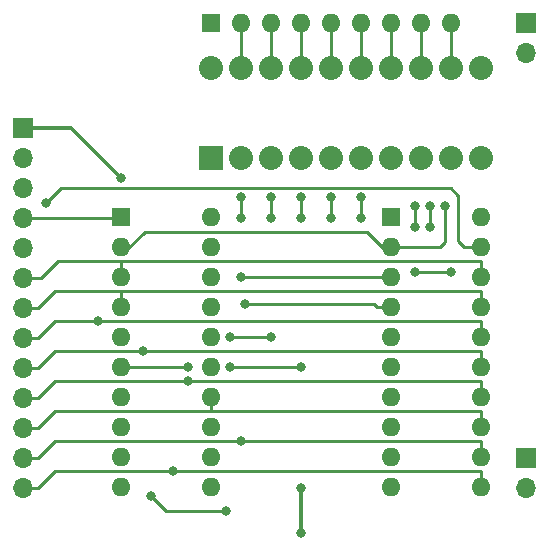
<source format=gtl>
G04 #@! TF.GenerationSoftware,KiCad,Pcbnew,5.0.2+dfsg1-1*
G04 #@! TF.CreationDate,2019-07-26T08:48:25+02:00*
G04 #@! TF.ProjectId,Register,52656769-7374-4657-922e-6b696361645f,rev?*
G04 #@! TF.SameCoordinates,Original*
G04 #@! TF.FileFunction,Copper,L1,Top*
G04 #@! TF.FilePolarity,Positive*
%FSLAX46Y46*%
G04 Gerber Fmt 4.6, Leading zero omitted, Abs format (unit mm)*
G04 Created by KiCad (PCBNEW 5.0.2+dfsg1-1) date vr 26 jul 2019 08:48:25 CEST*
%MOMM*%
%LPD*%
G01*
G04 APERTURE LIST*
G04 #@! TA.AperFunction,ComponentPad*
%ADD10O,1.700000X1.700000*%
G04 #@! TD*
G04 #@! TA.AperFunction,ComponentPad*
%ADD11R,1.700000X1.700000*%
G04 #@! TD*
G04 #@! TA.AperFunction,ComponentPad*
%ADD12R,2.032000X2.032000*%
G04 #@! TD*
G04 #@! TA.AperFunction,ComponentPad*
%ADD13C,2.032000*%
G04 #@! TD*
G04 #@! TA.AperFunction,ComponentPad*
%ADD14O,1.600000X1.600000*%
G04 #@! TD*
G04 #@! TA.AperFunction,ComponentPad*
%ADD15R,1.600000X1.600000*%
G04 #@! TD*
G04 #@! TA.AperFunction,ViaPad*
%ADD16C,0.800000*%
G04 #@! TD*
G04 #@! TA.AperFunction,Conductor*
%ADD17C,0.350000*%
G04 #@! TD*
G04 #@! TA.AperFunction,Conductor*
%ADD18C,0.250000*%
G04 #@! TD*
G04 APERTURE END LIST*
D10*
G04 #@! TO.P,J3,2*
G04 #@! TO.N,Net-(J3-Pad2)*
X76200000Y-26670000D03*
D11*
G04 #@! TO.P,J3,1*
G04 #@! TO.N,Net-(J3-Pad1)*
X76200000Y-24130000D03*
G04 #@! TD*
G04 #@! TO.P,J2,1*
G04 #@! TO.N,Net-(J2-Pad1)*
X76200000Y-60960000D03*
D10*
G04 #@! TO.P,J2,2*
G04 #@! TO.N,Net-(J2-Pad2)*
X76200000Y-63500000D03*
G04 #@! TD*
D11*
G04 #@! TO.P,J1,1*
G04 #@! TO.N,GND*
X33655000Y-33020000D03*
D10*
G04 #@! TO.P,J1,2*
G04 #@! TO.N,+5V*
X33655000Y-35560000D03*
G04 #@! TO.P,J1,3*
G04 #@! TO.N,CLOCK*
X33655000Y-38100000D03*
G04 #@! TO.P,J1,4*
G04 #@! TO.N,~DATA_LOAD*
X33655000Y-40640000D03*
G04 #@! TO.P,J1,5*
G04 #@! TO.N,~DATA_OUT*
X33655000Y-43180000D03*
G04 #@! TO.P,J1,6*
G04 #@! TO.N,Net-(J1-Pad6)*
X33655000Y-45720000D03*
G04 #@! TO.P,J1,7*
G04 #@! TO.N,Net-(J1-Pad7)*
X33655000Y-48260000D03*
G04 #@! TO.P,J1,8*
G04 #@! TO.N,Net-(J1-Pad8)*
X33655000Y-50800000D03*
G04 #@! TO.P,J1,9*
G04 #@! TO.N,Net-(J1-Pad9)*
X33655000Y-53340000D03*
G04 #@! TO.P,J1,10*
G04 #@! TO.N,Net-(J1-Pad10)*
X33655000Y-55880000D03*
G04 #@! TO.P,J1,11*
G04 #@! TO.N,Net-(J1-Pad11)*
X33655000Y-58420000D03*
G04 #@! TO.P,J1,12*
G04 #@! TO.N,Net-(J1-Pad12)*
X33655000Y-60960000D03*
G04 #@! TO.P,J1,13*
G04 #@! TO.N,Net-(J1-Pad13)*
X33655000Y-63500000D03*
G04 #@! TD*
D12*
G04 #@! TO.P,BAR1,1*
G04 #@! TO.N,Net-(BAR1-Pad1)*
X49530000Y-35560000D03*
D13*
G04 #@! TO.P,BAR1,2*
G04 #@! TO.N,Net-(BAR1-Pad2)*
X52070000Y-35560000D03*
G04 #@! TO.P,BAR1,3*
G04 #@! TO.N,Net-(BAR1-Pad3)*
X54610000Y-35560000D03*
G04 #@! TO.P,BAR1,4*
G04 #@! TO.N,Net-(BAR1-Pad4)*
X57150000Y-35560000D03*
G04 #@! TO.P,BAR1,13*
G04 #@! TO.N,Net-(BAR1-Pad13)*
X67310000Y-27940000D03*
G04 #@! TO.P,BAR1,14*
G04 #@! TO.N,Net-(BAR1-Pad14)*
X64770000Y-27940000D03*
G04 #@! TO.P,BAR1,15*
G04 #@! TO.N,Net-(BAR1-Pad15)*
X62230000Y-27940000D03*
G04 #@! TO.P,BAR1,16*
G04 #@! TO.N,Net-(BAR1-Pad16)*
X59690000Y-27940000D03*
G04 #@! TO.P,BAR1,5*
G04 #@! TO.N,Net-(BAR1-Pad5)*
X59690000Y-35560000D03*
G04 #@! TO.P,BAR1,6*
G04 #@! TO.N,Net-(BAR1-Pad6)*
X62230000Y-35560000D03*
G04 #@! TO.P,BAR1,7*
G04 #@! TO.N,Net-(BAR1-Pad7)*
X64770000Y-35560000D03*
G04 #@! TO.P,BAR1,8*
G04 #@! TO.N,Net-(BAR1-Pad8)*
X67310000Y-35560000D03*
G04 #@! TO.P,BAR1,12*
G04 #@! TO.N,Net-(BAR1-Pad12)*
X69850000Y-27940000D03*
G04 #@! TO.P,BAR1,11*
G04 #@! TO.N,Net-(BAR1-Pad11)*
X72390000Y-27940000D03*
G04 #@! TO.P,BAR1,10*
G04 #@! TO.N,Net-(BAR1-Pad10)*
X72390000Y-35560000D03*
G04 #@! TO.P,BAR1,9*
G04 #@! TO.N,Net-(BAR1-Pad9)*
X69850000Y-35560000D03*
G04 #@! TO.P,BAR1,17*
G04 #@! TO.N,Net-(BAR1-Pad17)*
X57150000Y-27940000D03*
G04 #@! TO.P,BAR1,18*
G04 #@! TO.N,Net-(BAR1-Pad18)*
X54610000Y-27940000D03*
G04 #@! TO.P,BAR1,19*
G04 #@! TO.N,Net-(BAR1-Pad19)*
X52070000Y-27940000D03*
G04 #@! TO.P,BAR1,20*
G04 #@! TO.N,Net-(BAR1-Pad20)*
X49530000Y-27940000D03*
G04 #@! TD*
D14*
G04 #@! TO.P,U2,20*
G04 #@! TO.N,+5V*
X72390000Y-40513000D03*
G04 #@! TO.P,U2,10*
G04 #@! TO.N,GND*
X64770000Y-63373000D03*
G04 #@! TO.P,U2,19*
G04 #@! TO.N,~DATA_OUT*
X72390000Y-43053000D03*
G04 #@! TO.P,U2,9*
G04 #@! TO.N,Net-(BAR1-Pad2)*
X64770000Y-60833000D03*
G04 #@! TO.P,U2,18*
G04 #@! TO.N,Net-(J1-Pad6)*
X72390000Y-45593000D03*
G04 #@! TO.P,U2,8*
G04 #@! TO.N,Net-(BAR1-Pad3)*
X64770000Y-58293000D03*
G04 #@! TO.P,U2,17*
G04 #@! TO.N,Net-(J1-Pad7)*
X72390000Y-48133000D03*
G04 #@! TO.P,U2,7*
G04 #@! TO.N,Net-(BAR1-Pad4)*
X64770000Y-55753000D03*
G04 #@! TO.P,U2,16*
G04 #@! TO.N,Net-(J1-Pad8)*
X72390000Y-50673000D03*
G04 #@! TO.P,U2,6*
G04 #@! TO.N,Net-(BAR1-Pad5)*
X64770000Y-53213000D03*
G04 #@! TO.P,U2,15*
G04 #@! TO.N,Net-(J1-Pad9)*
X72390000Y-53213000D03*
G04 #@! TO.P,U2,5*
G04 #@! TO.N,Net-(BAR1-Pad6)*
X64770000Y-50673000D03*
G04 #@! TO.P,U2,14*
G04 #@! TO.N,Net-(J1-Pad10)*
X72390000Y-55753000D03*
G04 #@! TO.P,U2,4*
G04 #@! TO.N,Net-(BAR1-Pad7)*
X64770000Y-48133000D03*
G04 #@! TO.P,U2,13*
G04 #@! TO.N,Net-(J1-Pad11)*
X72390000Y-58293000D03*
G04 #@! TO.P,U2,3*
G04 #@! TO.N,Net-(BAR1-Pad8)*
X64770000Y-45593000D03*
G04 #@! TO.P,U2,12*
G04 #@! TO.N,Net-(J1-Pad12)*
X72390000Y-60833000D03*
G04 #@! TO.P,U2,2*
G04 #@! TO.N,Net-(BAR1-Pad9)*
X64770000Y-43053000D03*
G04 #@! TO.P,U2,11*
G04 #@! TO.N,Net-(J1-Pad13)*
X72390000Y-63373000D03*
D15*
G04 #@! TO.P,U2,1*
G04 #@! TO.N,+5V*
X64770000Y-40513000D03*
G04 #@! TD*
G04 #@! TO.P,U1,1*
G04 #@! TO.N,~DATA_LOAD*
X41910000Y-40513000D03*
D14*
G04 #@! TO.P,U1,11*
G04 #@! TO.N,CLOCK*
X49530000Y-63373000D03*
G04 #@! TO.P,U1,2*
G04 #@! TO.N,Net-(BAR1-Pad9)*
X41910000Y-43053000D03*
G04 #@! TO.P,U1,12*
G04 #@! TO.N,Net-(BAR1-Pad5)*
X49530000Y-60833000D03*
G04 #@! TO.P,U1,3*
G04 #@! TO.N,Net-(J1-Pad6)*
X41910000Y-45593000D03*
G04 #@! TO.P,U1,13*
G04 #@! TO.N,Net-(J1-Pad10)*
X49530000Y-58293000D03*
G04 #@! TO.P,U1,4*
G04 #@! TO.N,Net-(J1-Pad7)*
X41910000Y-48133000D03*
G04 #@! TO.P,U1,14*
G04 #@! TO.N,Net-(J1-Pad11)*
X49530000Y-55753000D03*
G04 #@! TO.P,U1,5*
G04 #@! TO.N,Net-(BAR1-Pad8)*
X41910000Y-50673000D03*
G04 #@! TO.P,U1,15*
G04 #@! TO.N,Net-(BAR1-Pad4)*
X49530000Y-53213000D03*
G04 #@! TO.P,U1,6*
G04 #@! TO.N,Net-(BAR1-Pad7)*
X41910000Y-53213000D03*
G04 #@! TO.P,U1,16*
G04 #@! TO.N,Net-(BAR1-Pad3)*
X49530000Y-50673000D03*
G04 #@! TO.P,U1,7*
G04 #@! TO.N,Net-(J1-Pad8)*
X41910000Y-55753000D03*
G04 #@! TO.P,U1,17*
G04 #@! TO.N,Net-(J1-Pad12)*
X49530000Y-48133000D03*
G04 #@! TO.P,U1,8*
G04 #@! TO.N,Net-(J1-Pad9)*
X41910000Y-58293000D03*
G04 #@! TO.P,U1,18*
G04 #@! TO.N,Net-(J1-Pad13)*
X49530000Y-45593000D03*
G04 #@! TO.P,U1,9*
G04 #@! TO.N,Net-(BAR1-Pad6)*
X41910000Y-60833000D03*
G04 #@! TO.P,U1,19*
G04 #@! TO.N,Net-(BAR1-Pad2)*
X49530000Y-43053000D03*
G04 #@! TO.P,U1,10*
G04 #@! TO.N,GND*
X41910000Y-63373000D03*
G04 #@! TO.P,U1,20*
G04 #@! TO.N,+5V*
X49530000Y-40513000D03*
G04 #@! TD*
D15*
G04 #@! TO.P,RN1,1*
G04 #@! TO.N,GND*
X49530000Y-24130000D03*
D14*
G04 #@! TO.P,RN1,2*
G04 #@! TO.N,Net-(BAR1-Pad19)*
X52070000Y-24130000D03*
G04 #@! TO.P,RN1,3*
G04 #@! TO.N,Net-(BAR1-Pad18)*
X54610000Y-24130000D03*
G04 #@! TO.P,RN1,4*
G04 #@! TO.N,Net-(BAR1-Pad17)*
X57150000Y-24130000D03*
G04 #@! TO.P,RN1,5*
G04 #@! TO.N,Net-(BAR1-Pad16)*
X59690000Y-24130000D03*
G04 #@! TO.P,RN1,6*
G04 #@! TO.N,Net-(BAR1-Pad15)*
X62230000Y-24130000D03*
G04 #@! TO.P,RN1,7*
G04 #@! TO.N,Net-(BAR1-Pad14)*
X64770000Y-24130000D03*
G04 #@! TO.P,RN1,8*
G04 #@! TO.N,Net-(BAR1-Pad13)*
X67310000Y-24130000D03*
G04 #@! TO.P,RN1,9*
G04 #@! TO.N,Net-(BAR1-Pad12)*
X69850000Y-24130000D03*
G04 #@! TD*
D16*
G04 #@! TO.N,GND*
X41910000Y-37211000D03*
X57150000Y-63500000D03*
X57150000Y-67310000D03*
G04 #@! TO.N,Net-(BAR1-Pad9)*
X69342000Y-39624000D03*
G04 #@! TO.N,Net-(BAR1-Pad5)*
X59690000Y-38862000D03*
X59690000Y-40640000D03*
G04 #@! TO.N,Net-(J1-Pad10)*
X47625000Y-54465001D03*
G04 #@! TO.N,Net-(BAR1-Pad8)*
X52070000Y-45593000D03*
X68072000Y-39624000D03*
X68072000Y-41402000D03*
G04 #@! TO.N,Net-(BAR1-Pad4)*
X57150000Y-40640000D03*
X57150000Y-38862000D03*
X57150000Y-53213000D03*
X51181000Y-53213000D03*
G04 #@! TO.N,Net-(BAR1-Pad7)*
X66802000Y-45212000D03*
X52451000Y-47879000D03*
X47625000Y-53213000D03*
X66802000Y-39624000D03*
X66802000Y-41402000D03*
X69850000Y-45212000D03*
G04 #@! TO.N,Net-(BAR1-Pad3)*
X54610000Y-38862000D03*
X54610000Y-40640000D03*
X54610000Y-50673000D03*
X51181000Y-50673000D03*
G04 #@! TO.N,Net-(J1-Pad8)*
X40005000Y-49385001D03*
G04 #@! TO.N,Net-(J1-Pad12)*
X52070000Y-59545001D03*
G04 #@! TO.N,Net-(J1-Pad9)*
X43815000Y-51925001D03*
G04 #@! TO.N,Net-(J1-Pad13)*
X46355000Y-62085001D03*
G04 #@! TO.N,Net-(BAR1-Pad6)*
X62230000Y-38862000D03*
X62230000Y-40640000D03*
X50800000Y-65405000D03*
X44450000Y-64135000D03*
G04 #@! TO.N,Net-(BAR1-Pad2)*
X52070000Y-40640000D03*
X52070000Y-38862000D03*
G04 #@! TO.N,~DATA_OUT*
X35560000Y-39370000D03*
G04 #@! TD*
D17*
G04 #@! TO.N,GND*
X37719000Y-33020000D02*
X41910000Y-37211000D01*
X33655000Y-33020000D02*
X37719000Y-33020000D01*
X57150000Y-63500000D02*
X57150000Y-66675000D01*
X57150000Y-66675000D02*
X57150000Y-67310000D01*
D18*
G04 #@! TO.N,Net-(BAR1-Pad19)*
X52070000Y-27940000D02*
X52070000Y-24130000D01*
G04 #@! TO.N,Net-(BAR1-Pad18)*
X54610000Y-25261370D02*
X54610000Y-27940000D01*
X54610000Y-24130000D02*
X54610000Y-25261370D01*
G04 #@! TO.N,Net-(BAR1-Pad17)*
X57150000Y-24130000D02*
X57150000Y-27940000D01*
G04 #@! TO.N,Net-(BAR1-Pad16)*
X59690000Y-24130000D02*
X59690000Y-27940000D01*
G04 #@! TO.N,Net-(BAR1-Pad15)*
X62230000Y-25261370D02*
X62230000Y-27940000D01*
X62230000Y-24130000D02*
X62230000Y-25261370D01*
G04 #@! TO.N,Net-(BAR1-Pad14)*
X64770000Y-25261370D02*
X64770000Y-27940000D01*
X64770000Y-24130000D02*
X64770000Y-25261370D01*
G04 #@! TO.N,Net-(BAR1-Pad13)*
X67310000Y-24130000D02*
X67310000Y-27940000D01*
G04 #@! TO.N,Net-(BAR1-Pad12)*
X69850000Y-24130000D02*
X69850000Y-27940000D01*
G04 #@! TO.N,~DATA_LOAD*
X41783000Y-40640000D02*
X41910000Y-40513000D01*
X33655000Y-40640000D02*
X41783000Y-40640000D01*
G04 #@! TO.N,Net-(BAR1-Pad9)*
X64135000Y-43180000D02*
X64262000Y-43053000D01*
X41910000Y-43053000D02*
X42418000Y-43053000D01*
X64262000Y-43053000D02*
X64770000Y-43053000D01*
X42418000Y-43053000D02*
X42545000Y-43180000D01*
X42545000Y-43180000D02*
X43942000Y-41783000D01*
X43942000Y-41783000D02*
X62738000Y-41783000D01*
X62738000Y-41783000D02*
X64135000Y-43180000D01*
X64770000Y-43053000D02*
X68961000Y-43053000D01*
X69342000Y-42672000D02*
X69342000Y-41148000D01*
X68961000Y-43053000D02*
X69342000Y-42672000D01*
X69342000Y-39624000D02*
X69342000Y-41148000D01*
X69342000Y-41148000D02*
X69342000Y-41402000D01*
G04 #@! TO.N,Net-(BAR1-Pad5)*
X59690000Y-38862000D02*
X59690000Y-40640000D01*
G04 #@! TO.N,Net-(J1-Pad6)*
X41910000Y-44461630D02*
X41910000Y-44305001D01*
X41910000Y-45593000D02*
X41910000Y-44461630D01*
X41765001Y-44305001D02*
X41910000Y-44305001D01*
X36593999Y-44305001D02*
X41765001Y-44305001D01*
X33655000Y-45720000D02*
X35179000Y-45720000D01*
X35179000Y-45720000D02*
X36593999Y-44305001D01*
X72390000Y-45593000D02*
X72390000Y-44305001D01*
X41910000Y-44305001D02*
X72390000Y-44305001D01*
G04 #@! TO.N,Net-(J1-Pad10)*
X33655000Y-55880000D02*
X34925000Y-55880000D01*
X34925000Y-55880000D02*
X36339999Y-54465001D01*
X36339999Y-54465001D02*
X47625000Y-54465001D01*
X72390000Y-55753000D02*
X72390000Y-54465001D01*
X47625000Y-54465001D02*
X72390000Y-54465001D01*
G04 #@! TO.N,Net-(J1-Pad7)*
X33655000Y-48260000D02*
X34925000Y-48260000D01*
X34925000Y-48260000D02*
X36339999Y-46845001D01*
X41910000Y-48133000D02*
X41910000Y-46845001D01*
X36339999Y-46845001D02*
X41910000Y-46845001D01*
X72390000Y-48133000D02*
X72390000Y-46845001D01*
X41910000Y-46845001D02*
X72390000Y-46845001D01*
G04 #@! TO.N,Net-(J1-Pad11)*
X33655000Y-58420000D02*
X34925000Y-58420000D01*
X34925000Y-58420000D02*
X36339999Y-57005001D01*
X49530000Y-55753000D02*
X49530000Y-57005001D01*
X36339999Y-57005001D02*
X49530000Y-57005001D01*
X72390000Y-58293000D02*
X72390000Y-57005001D01*
X49530000Y-57005001D02*
X72390000Y-57005001D01*
G04 #@! TO.N,Net-(BAR1-Pad8)*
X64770000Y-45593000D02*
X52070000Y-45593000D01*
X52070000Y-45593000D02*
X52070000Y-45593000D01*
X68072000Y-39624000D02*
X68072000Y-41402000D01*
G04 #@! TO.N,Net-(BAR1-Pad4)*
X57150000Y-38862000D02*
X57150000Y-40640000D01*
X51181000Y-53213000D02*
X57150000Y-53213000D01*
G04 #@! TO.N,Net-(BAR1-Pad7)*
X63638630Y-48133000D02*
X63384630Y-47879000D01*
X64770000Y-48133000D02*
X63638630Y-48133000D01*
X63384630Y-47879000D02*
X52451000Y-47879000D01*
X47625000Y-53213000D02*
X41910000Y-53213000D01*
X66802000Y-39624000D02*
X66802000Y-41402000D01*
X67367685Y-45212000D02*
X69850000Y-45212000D01*
X66802000Y-45212000D02*
X67367685Y-45212000D01*
G04 #@! TO.N,Net-(BAR1-Pad3)*
X51181000Y-50673000D02*
X54610000Y-50673000D01*
X54610000Y-40640000D02*
X54610000Y-38862000D01*
G04 #@! TO.N,Net-(J1-Pad8)*
X33655000Y-50800000D02*
X34925000Y-50800000D01*
X34925000Y-50800000D02*
X36339999Y-49385001D01*
X36339999Y-49385001D02*
X40005000Y-49385001D01*
X72390000Y-50673000D02*
X72390000Y-49385001D01*
X40005000Y-49385001D02*
X72390000Y-49385001D01*
G04 #@! TO.N,Net-(J1-Pad12)*
X36339999Y-59545001D02*
X51435000Y-59545001D01*
X34925000Y-60960000D02*
X36339999Y-59545001D01*
X33655000Y-60960000D02*
X34925000Y-60960000D01*
X72390000Y-60833000D02*
X72390000Y-59690000D01*
X72390000Y-59690000D02*
X72390000Y-59545001D01*
X51435000Y-59545001D02*
X72390000Y-59545001D01*
G04 #@! TO.N,Net-(J1-Pad9)*
X33655000Y-53340000D02*
X34925000Y-53340000D01*
X34925000Y-53340000D02*
X36339999Y-51925001D01*
X36339999Y-51925001D02*
X43815000Y-51925001D01*
X72390000Y-53213000D02*
X72390000Y-51925001D01*
X43815000Y-51925001D02*
X72390000Y-51925001D01*
G04 #@! TO.N,Net-(J1-Pad13)*
X33655000Y-63500000D02*
X34925000Y-63500000D01*
X34925000Y-63500000D02*
X36339999Y-62085001D01*
X36339999Y-62085001D02*
X46355000Y-62085001D01*
X72390000Y-63373000D02*
X72390000Y-62085001D01*
X46355000Y-62085001D02*
X72390000Y-62085001D01*
G04 #@! TO.N,Net-(BAR1-Pad6)*
X62230000Y-38862000D02*
X62230000Y-40640000D01*
X50800000Y-65405000D02*
X45720000Y-65405000D01*
X45720000Y-65405000D02*
X44450000Y-64135000D01*
X44450000Y-64135000D02*
X44450000Y-64135000D01*
G04 #@! TO.N,Net-(BAR1-Pad2)*
X52070000Y-38735000D02*
X52070000Y-38735000D01*
X52070000Y-38862000D02*
X52070000Y-40640000D01*
G04 #@! TO.N,~DATA_OUT*
X70993000Y-43053000D02*
X72390000Y-43053000D01*
X70485000Y-38735000D02*
X70485000Y-42545000D01*
X70485000Y-42545000D02*
X70993000Y-43053000D01*
X69850000Y-38100000D02*
X70485000Y-38735000D01*
X69850000Y-38100000D02*
X36830000Y-38100000D01*
X36830000Y-38100000D02*
X35560000Y-39370000D01*
X35560000Y-39370000D02*
X35560000Y-39370000D01*
G04 #@! TD*
M02*

</source>
